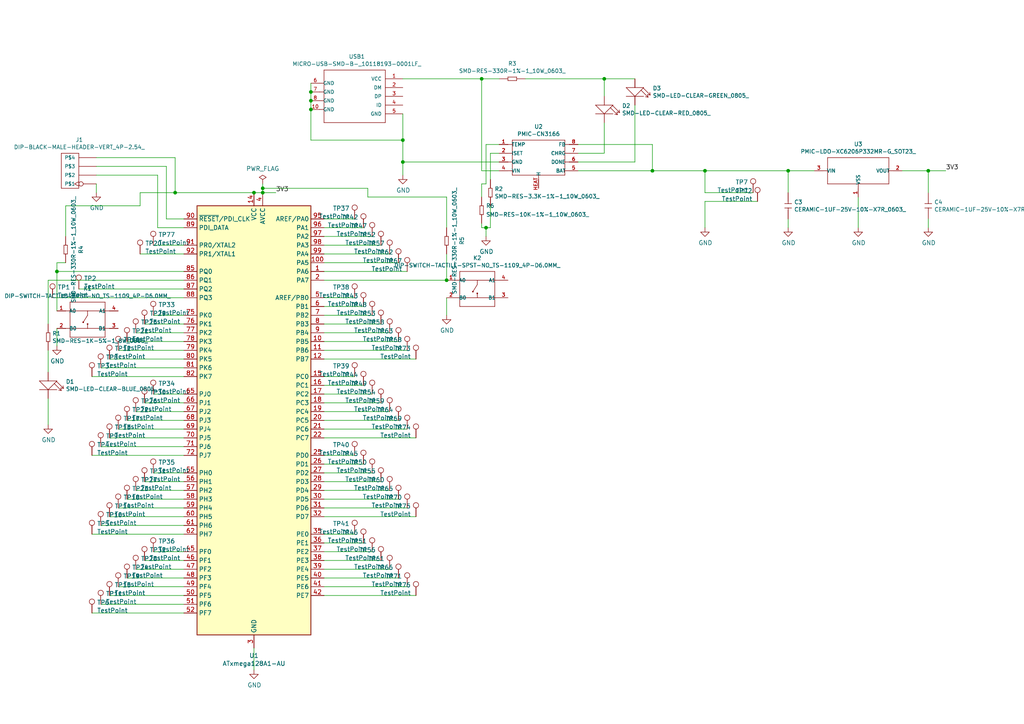
<source format=kicad_sch>
(kicad_sch (version 20231120) (generator "eeschema") (generator_version "8.0")
  (paper "A4")
  (junction (at 204.47 49.53))
  (junction (at 139.7 22.86))
  (junction (at 90.17 29.21))
  (junction (at 175.26 22.86))
  (junction (at 16.51 78.74))
  (junction (at 129.54 81.28))
  (junction (at 76.2 54.61))
  (junction (at 76.2 55.88))
  (junction (at 90.17 26.67))
  (junction (at 140.97 66.04))
  (junction (at 50.8 55.88))
  (junction (at 73.66 55.88))
  (junction (at 269.24 49.53))
  (junction (at 228.6 49.53))
  (junction (at 90.17 31.75))
  (junction (at 189.23 49.53))
  (junction (at 116.84 46.99))
  (junction (at 116.84 40.64))
  (wire (pts (xy 40.64 59.69) (xy 40.64 55.88)))
  (wire (pts (xy 40.64 55.88) (xy 50.8 55.88)))
  (wire (pts (xy 39.37 142.24) (xy 53.34 142.24)))
  (wire (pts (xy 139.7 66.04) (xy 140.97 66.04)))
  (wire (pts (xy 167.64 44.45) (xy 175.26 44.45)))
  (wire (pts (xy 31.75 172.72) (xy 53.34 172.72)))
  (wire (pts (xy 29.21 129.54) (xy 53.34 129.54)))
  (wire (pts (xy 107.95 160.02) (xy 93.98 160.02)))
  (wire (pts (xy 184.15 46.99) (xy 184.15 30.48)))
  (wire (pts (xy 26.67 154.94) (xy 53.34 154.94)))
  (wire (pts (xy 53.34 121.92) (xy 36.83 121.92)))
  (wire (pts (xy 115.57 99.06) (xy 93.98 99.06)))
  (wire (pts (xy 93.98 162.56) (xy 110.49 162.56)))
  (wire (pts (xy 228.6 55.88) (xy 228.6 49.53)))
  (wire (pts (xy 50.8 55.88) (xy 73.66 55.88)))
  (wire (pts (xy 107.95 114.3) (xy 93.98 114.3)))
  (wire (pts (xy 139.7 64.77) (xy 139.7 66.04)))
  (wire (pts (xy 102.87 132.08) (xy 93.98 132.08)))
  (wire (pts (xy 105.41 134.62) (xy 93.98 134.62)))
  (wire (pts (xy 26.67 132.08) (xy 53.34 132.08)))
  (wire (pts (xy 53.34 99.06) (xy 36.83 99.06)))
  (wire (pts (xy 53.34 124.46) (xy 34.29 124.46)))
  (wire (pts (xy 144.78 46.99) (xy 116.84 46.99)))
  (wire (pts (xy 45.72 50.8) (xy 45.72 66.04)))
  (wire (pts (xy 142.24 66.04) (xy 140.97 66.04)))
  (wire (pts (xy 93.98 142.24) (xy 113.03 142.24)))
  (wire (pts (xy 53.34 101.6) (xy 34.29 101.6)))
  (wire (pts (xy 106.68 57.15) (xy 106.68 54.61)))
  (wire (pts (xy 26.67 177.8) (xy 53.34 177.8)))
  (wire (pts (xy 13.97 123.19) (xy 13.97 115.57)))
  (wire (pts (xy 269.24 49.53) (xy 274.32 49.53)))
  (wire (pts (xy 204.47 55.88) (xy 204.47 49.53)))
  (wire (pts (xy 93.98 71.12) (xy 110.49 71.12)))
  (wire (pts (xy 76.2 55.88) (xy 80.01 55.88)))
  (wire (pts (xy 90.17 31.75) (xy 90.17 40.64)))
  (wire (pts (xy 269.24 49.53) (xy 269.24 55.88)))
  (wire (pts (xy 39.37 96.52) (xy 53.34 96.52)))
  (wire (pts (xy 53.34 170.18) (xy 34.29 170.18)))
  (wire (pts (xy 76.2 54.61) (xy 76.2 55.88)))
  (wire (pts (xy 140.97 68.58) (xy 140.97 66.04)))
  (wire (pts (xy 248.92 66.04) (xy 248.92 57.15)))
  (wire (pts (xy 93.98 96.52) (xy 113.03 96.52)))
  (wire (pts (xy 93.98 119.38) (xy 113.03 119.38)))
  (wire (pts (xy 90.17 29.21) (xy 90.17 31.75)))
  (wire (pts (xy 118.11 147.32) (xy 93.98 147.32)))
  (wire (pts (xy 16.51 100.33) (xy 16.51 95.25)))
  (wire (pts (xy 106.68 54.61) (xy 76.2 54.61)))
  (wire (pts (xy 76.2 53.34) (xy 76.2 54.61)))
  (wire (pts (xy 53.34 86.36) (xy 15.24 86.36)))
  (wire (pts (xy 53.34 81.28) (xy 13.97 81.28)))
  (wire (pts (xy 29.21 152.4) (xy 53.34 152.4)))
  (wire (pts (xy 107.95 91.44) (xy 93.98 91.44)))
  (wire (pts (xy 120.65 149.86) (xy 93.98 149.86)))
  (wire (pts (xy 184.15 22.86) (xy 175.26 22.86)))
  (wire (pts (xy 105.41 88.9) (xy 93.98 88.9)))
  (wire (pts (xy 16.51 78.74) (xy 16.51 76.2)))
  (wire (pts (xy 140.97 41.91) (xy 140.97 53.34)))
  (wire (pts (xy 41.91 93.98) (xy 53.34 93.98)))
  (wire (pts (xy 102.87 109.22) (xy 93.98 109.22)))
  (wire (pts (xy 175.26 27.94) (xy 175.26 22.86)))
  (wire (pts (xy 93.98 73.66) (xy 113.03 73.66)))
  (wire (pts (xy 105.41 111.76) (xy 93.98 111.76)))
  (wire (pts (xy 93.98 116.84) (xy 110.49 116.84)))
  (wire (pts (xy 115.57 76.2) (xy 93.98 76.2)))
  (wire (pts (xy 44.45 91.44) (xy 53.34 91.44)))
  (wire (pts (xy 218.44 55.88) (xy 204.47 55.88)))
  (wire (pts (xy 105.41 157.48) (xy 93.98 157.48)))
  (wire (pts (xy 129.54 91.44) (xy 129.54 86.36)))
  (wire (pts (xy 116.84 22.86) (xy 139.7 22.86)))
  (wire (pts (xy 204.47 58.42) (xy 204.47 66.04)))
  (wire (pts (xy 41.91 116.84) (xy 53.34 116.84)))
  (wire (pts (xy 93.98 81.28) (xy 129.54 81.28)))
  (wire (pts (xy 53.34 83.82) (xy 22.86 83.82)))
  (wire (pts (xy 129.54 57.15) (xy 106.68 57.15)))
  (wire (pts (xy 120.65 104.14) (xy 93.98 104.14)))
  (wire (pts (xy 13.97 81.28) (xy 13.97 93.98)))
  (wire (pts (xy 53.34 144.78) (xy 36.83 144.78)))
  (wire (pts (xy 139.7 53.34) (xy 139.7 57.15)))
  (wire (pts (xy 48.26 48.26) (xy 48.26 63.5)))
  (wire (pts (xy 19.05 68.58) (xy 19.05 59.69)))
  (wire (pts (xy 204.47 49.53) (xy 189.23 49.53)))
  (wire (pts (xy 167.64 46.99) (xy 184.15 46.99)))
  (wire (pts (xy 228.6 49.53) (xy 204.47 49.53)))
  (wire (pts (xy 142.24 44.45) (xy 142.24 52.07)))
  (wire (pts (xy 39.37 165.1) (xy 53.34 165.1)))
  (wire (pts (xy 189.23 49.53) (xy 189.23 41.91)))
  (wire (pts (xy 144.78 49.53) (xy 139.7 49.53)))
  (wire (pts (xy 53.34 78.74) (xy 16.51 78.74)))
  (wire (pts (xy 269.24 63.5) (xy 269.24 66.04)))
  (wire (pts (xy 140.97 41.91) (xy 144.78 41.91)))
  (wire (pts (xy 13.97 107.95) (xy 13.97 101.6)))
  (wire (pts (xy 31.75 127) (xy 53.34 127)))
  (wire (pts (xy 120.65 127) (xy 93.98 127)))
  (wire (pts (xy 102.87 154.94) (xy 93.98 154.94)))
  (wire (pts (xy 189.23 41.91) (xy 167.64 41.91)))
  (wire (pts (xy 129.54 73.66) (xy 129.54 81.28)))
  (wire (pts (xy 53.34 147.32) (xy 34.29 147.32)))
  (wire (pts (xy 115.57 167.64) (xy 93.98 167.64)))
  (wire (pts (xy 142.24 59.69) (xy 142.24 66.04)))
  (wire (pts (xy 50.8 45.72) (xy 50.8 55.88)))
  (wire (pts (xy 29.21 106.68) (xy 53.34 106.68)))
  (wire (pts (xy 29.21 175.26) (xy 53.34 175.26)))
  (wire (pts (xy 41.91 139.7) (xy 53.34 139.7)))
  (wire (pts (xy 116.84 46.99) (xy 116.84 40.64)))
  (wire (pts (xy 140.97 53.34) (xy 139.7 53.34)))
  (wire (pts (xy 118.11 170.18) (xy 93.98 170.18)))
  (wire (pts (xy 189.23 49.53) (xy 167.64 49.53)))
  (wire (pts (xy 40.64 73.66) (xy 53.34 73.66)))
  (wire (pts (xy 27.94 48.26) (xy 48.26 48.26)))
  (wire (pts (xy 48.26 63.5) (xy 53.34 63.5)))
  (wire (pts (xy 16.51 90.17) (xy 16.51 78.74)))
  (wire (pts (xy 204.47 58.42) (xy 219.71 58.42)))
  (wire (pts (xy 129.54 66.04) (xy 129.54 57.15)))
  (wire (pts (xy 73.66 194.31) (xy 73.66 187.96)))
  (wire (pts (xy 105.41 66.04) (xy 93.98 66.04)))
  (wire (pts (xy 228.6 66.04) (xy 228.6 63.5)))
  (wire (pts (xy 102.87 86.36) (xy 93.98 86.36)))
  (wire (pts (xy 27.94 50.8) (xy 45.72 50.8)))
  (wire (pts (xy 120.65 172.72) (xy 93.98 172.72)))
  (wire (pts (xy 31.75 149.86) (xy 53.34 149.86)))
  (wire (pts (xy 144.78 22.86) (xy 139.7 22.86)))
  (wire (pts (xy 102.87 63.5) (xy 93.98 63.5)))
  (wire (pts (xy 118.11 78.74) (xy 93.98 78.74)))
  (wire (pts (xy 16.51 76.2) (xy 19.05 76.2)))
  (wire (pts (xy 44.45 160.02) (xy 53.34 160.02)))
  (wire (pts (xy 118.11 101.6) (xy 93.98 101.6)))
  (wire (pts (xy 107.95 137.16) (xy 93.98 137.16)))
  (wire (pts (xy 41.91 162.56) (xy 53.34 162.56)))
  (wire (pts (xy 27.94 53.34) (xy 27.94 55.88)))
  (wire (pts (xy 26.67 109.22) (xy 53.34 109.22)))
  (wire (pts (xy 175.26 22.86) (xy 152.4 22.86)))
  (wire (pts (xy 115.57 121.92) (xy 93.98 121.92)))
  (wire (pts (xy 175.26 44.45) (xy 175.26 35.56)))
  (wire (pts (xy 44.45 114.3) (xy 53.34 114.3)))
  (wire (pts (xy 90.17 26.67) (xy 90.17 29.21)))
  (wire (pts (xy 44.45 71.12) (xy 53.34 71.12)))
  (wire (pts (xy 144.78 44.45) (xy 142.24 44.45)))
  (wire (pts (xy 116.84 40.64) (xy 116.84 33.02)))
  (wire (pts (xy 27.94 45.72) (xy 50.8 45.72)))
  (wire (pts (xy 53.34 167.64) (xy 36.83 167.64)))
  (wire (pts (xy 93.98 165.1) (xy 113.03 165.1)))
  (wire (pts (xy 90.17 24.13) (xy 90.17 26.67)))
  (wire (pts (xy 19.05 59.69) (xy 40.64 59.69)))
  (wire (pts (xy 115.57 144.78) (xy 93.98 144.78)))
  (wire (pts (xy 107.95 68.58) (xy 93.98 68.58)))
  (wire (pts (xy 139.7 22.86) (xy 139.7 49.53)))
  (wire (pts (xy 39.37 119.38) (xy 53.34 119.38)))
  (wire (pts (xy 93.98 93.98) (xy 110.49 93.98)))
  (wire (pts (xy 261.62 49.53) (xy 269.24 49.53)))
  (wire (pts (xy 31.75 104.14) (xy 53.34 104.14)))
  (wire (pts (xy 118.11 124.46) (xy 93.98 124.46)))
  (wire (pts (xy 76.2 55.88) (xy 73.66 55.88)))
  (wire (pts (xy 90.17 40.64) (xy 116.84 40.64)))
  (wire (pts (xy 44.45 137.16) (xy 53.34 137.16)))
  (wire (pts (xy 45.72 66.04) (xy 53.34 66.04)))
  (wire (pts (xy 236.22 49.53) (xy 228.6 49.53)))
  (wire (pts (xy 93.98 139.7) (xy 110.49 139.7)))
  (wire (pts (xy 116.84 50.8) (xy 116.84 46.99)))
  (label "3V3" (at 80.01 55.88 0))
  (label "3V3" (at 274.32 49.53 0))
  (symbol (lib_id "OPL_Connector:MICRO-USB-SMD-B-_10118193-0001LF_") (at 102.87 27.94 0) (unit 1)
    (property "Reference" "USB1" (at 103.505 16.4084 0) (effects (font (size 1.143 1.143))))
    (property "Value" "MICRO-USB-SMD-B-_10118193-0001LF_" (at 103.505 18.542 0) (effects (font (size 1.143 1.143))))
    (property "Footprint" "OPL_Connector:MICRO-USB5+6P-SMD-0.65-B" (effects (hide yes)))
    (property "MPN" "10118193-0001LF" (effects (hide yes)))
    (property "SKU" "320010003" (effects (hide yes)))
  )
  (symbol (lib_id "OPL_Integrated_Circuit:PMIC-CN3065_DFN8_") (at 156.21 45.72 0) (unit 1)
    (property "Reference" "U2" (at 156.21 36.7284 0) (effects (font (size 1.143 1.143))))
    (property "Value" "PMIC-CN3166" (at 156.21 38.862 0) (effects (font (size 1.143 1.143))))
    (property "Footprint" "OPL_Integrated_Circuit:DFN8G-0.5-3X3MM" (effects (hide yes)))
    (property "MPN" "CN3065" (effects (hide yes)))
    (property "SKU" "310030101" (effects (hide yes)))
  )
  (symbol (lib_id "PoNS-rescue:GND-power") (at 116.84 50.8 0) (unit 1)
    (property "Reference" "#PWR03" (effects (hide yes)))
    (property "Value" "GND" (at 116.967 55.1942 0))
  )
  (symbol (lib_id "OPL_Resistor:SMD-RES-330R-1%-1_10W_0603_") (at 148.59 22.86 0) (unit 1)
    (property "Reference" "R3" (at 148.59 18.4404 0) (effects (font (size 1.143 1.143))))
    (property "Value" "SMD-RES-330R-1%-1_10W_0603_" (at 148.59 20.574 0) (effects (font (size 1.143 1.143))))
    (property "Footprint" "OPL_Resistor:R0603" (effects (hide yes)))
    (property "MPN" "RC0603FR-07330RL" (effects (hide yes)))
    (property "SKU" "301010300" (effects (hide yes)))
  )
  (symbol (lib_id "OPL_Optoelectronics:SMD-LED-CLEAR-RED_0805_") (at 175.26 31.75 270) (unit 1)
    (property "Reference" "D2" (at 180.4162 30.6832 90) (effects (font (size 1.143 1.143)) (justify left)))
    (property "Value" "SMD-LED-CLEAR-RED_0805_" (at 180.4162 32.8168 90) (effects (font (size 1.143 1.143)) (justify left)))
    (property "Footprint" "OPL_Optoelectronics:LED-0805" (effects (hide yes)))
    (property "MPN" "17-215SURC_S530-A2_TR8" (effects (hide yes)))
    (property "SKU" "304090046" (effects (hide yes)))
  )
  (symbol (lib_id "OPL_Optoelectronics:SMD-LED-CLEAR-GREEN_0805_") (at 184.15 26.67 270) (unit 1)
    (property "Reference" "D3" (at 189.3062 25.6032 90) (effects (font (size 1.143 1.143)) (justify left)))
    (property "Value" "SMD-LED-CLEAR-GREEN_0805_" (at 189.3062 27.7368 90) (effects (font (size 1.143 1.143)) (justify left)))
    (property "Footprint" "OPL_Optoelectronics:LED-0805" (effects (hide yes)))
    (property "MPN" "17-215SYGC_S530-E2_TR8" (effects (hide yes)))
    (property "SKU" "304090057" (effects (hide yes)))
  )
  (symbol (lib_id "OPL_Resistor:SMD-RES-3.3K-1%-1_10W_0603_") (at 142.24 55.88 270) (unit 1)
    (property "Reference" "R2" (at 143.4592 54.8132 90) (effects (font (size 1.143 1.143)) (justify left)))
    (property "Value" "SMD-RES-3.3K-1%-1_10W_0603_" (at 143.4592 56.9468 90) (effects (font (size 1.143 1.143)) (justify left)))
    (property "Footprint" "OPL_Resistor:R0603" (effects (hide yes)))
    (property "MPN" "RC0603FR-073K3L" (effects (hide yes)))
    (property "SKU" "301010251" (effects (hide yes)))
  )
  (symbol (lib_id "PoNS-rescue:GND-power") (at 140.97 68.58 0) (unit 1)
    (property "Reference" "#PWR04" (effects (hide yes)))
    (property "Value" "GND" (at 141.097 72.9742 0))
  )
  (symbol (lib_id "PoNS-rescue:GND-power") (at 204.47 66.04 0) (unit 1)
    (property "Reference" "#PWR07" (effects (hide yes)))
    (property "Value" "GND" (at 204.597 70.4342 0))
  )
  (symbol (lib_id "OPL_Integrated_Circuit:PMIC-LDO-XC6206P332MR-G_SOT23_") (at 248.92 49.53 0) (unit 1)
    (property "Reference" "U3" (at 248.92 41.8084 0) (effects (font (size 1.143 1.143))))
    (property "Value" "PMIC-LDO-XC6206P332MR-G_SOT23_" (at 248.92 43.942 0) (effects (font (size 1.143 1.143))))
    (property "Footprint" "OPL_Integrated_Circuit:SOT-23" (effects (hide yes)))
    (property "MPN" "XC6206P332MR-G" (effects (hide yes)))
    (property "SKU" "310030099" (effects (hide yes)))
  )
  (symbol (lib_id "OPL_Capacitor:CERAMIC-1UF-25V-10%-X7R_0603_") (at 228.6 59.69 270) (unit 1)
    (property "Reference" "C3" (at 230.3272 58.6232 90) (effects (font (size 1.143 1.143)) (justify left)))
    (property "Value" "CERAMIC-1UF-25V-10%-X7R_0603_" (at 230.3272 60.7568 90) (effects (font (size 1.143 1.143)) (justify left)))
    (property "Footprint" "OPL_Capacitor:C0603" (effects (hide yes)))
    (property "MPN" "CC0603KRX7R8BB105" (effects (hide yes)))
    (property "SKU" "302010139" (effects (hide yes)))
  )
  (symbol (lib_id "OPL_Capacitor:CERAMIC-1UF-25V-10%-X7R_0603_") (at 269.24 59.69 270) (unit 1)
    (property "Reference" "C4" (at 270.9672 58.6232 90) (effects (font (size 1.143 1.143)) (justify left)))
    (property "Value" "CERAMIC-1UF-25V-10%-X7R_0603_" (at 270.9672 60.7568 90) (effects (font (size 1.143 1.143)) (justify left)))
    (property "Footprint" "OPL_Capacitor:C0603" (effects (hide yes)))
    (property "MPN" "CC0603KRX7R8BB105" (effects (hide yes)))
    (property "SKU" "302010139" (effects (hide yes)))
  )
  (symbol (lib_id "PoNS-rescue:GND-power") (at 228.6 66.04 0) (unit 1)
    (property "Reference" "#PWR08" (effects (hide yes)))
    (property "Value" "GND" (at 228.727 70.4342 0))
  )
  (symbol (lib_id "PoNS-rescue:GND-power") (at 248.92 66.04 0) (unit 1)
    (property "Reference" "#PWR09" (effects (hide yes)))
    (property "Value" "GND" (at 249.047 70.4342 0))
  )
  (symbol (lib_id "PoNS-rescue:GND-power") (at 269.24 66.04 0) (unit 1)
    (property "Reference" "#PWR010" (effects (hide yes)))
    (property "Value" "GND" (at 269.367 70.4342 0))
  )
  (symbol (lib_id "PoNS-rescue:ATxmega128A1-AU-MCU_Microchip_ATmega") (at 73.66 121.92 0) (unit 1)
    (property "Reference" "U1" (at 73.66 190.1444 0))
    (property "Value" "ATxmega128A1-AU" (at 73.66 192.4558 0))
    (property "Footprint" "Package_QFP:TQFP-100_14x14mm_P0.5mm" (effects (hide yes)))
    (property "Datasheet" "http://ww1.microchip.com/downloads/en/DeviceDoc/Atmel-8067-8-and-16-bit-AVR-Microcontrollers-ATxmega64A1-ATxmega128A1_Datasheet.pdf" (effects (hide yes)))
  )
  (symbol (lib_id "PoNS-rescue:GND-power") (at 73.66 194.31 0) (unit 1)
    (property "Reference" "#PWR02" (effects (hide yes)))
    (property "Value" "GND" (at 73.787 198.7042 0))
  )
  (symbol (lib_id "PoNS-rescue:PWR_FLAG-power") (at 76.2 53.34 0) (unit 1)
    (property "Reference" "#FLG01" (effects (hide yes)))
    (property "Value" "PWR_FLAG" (at 76.2 48.9204 0))
  )
  (symbol (lib_id "OPL_Optoelectronics:SMD-LED-CLEAR-BLUE_0805_") (at 13.97 111.76 270) (unit 1)
    (property "Reference" "D1" (at 19.1008 110.6932 90) (effects (font (size 1.143 1.143)) (justify left)))
    (property "Value" "SMD-LED-CLEAR-BLUE_0805_" (at 19.1008 112.8268 90) (effects (font (size 1.143 1.143)) (justify left)))
    (property "Footprint" "OPL_Optoelectronics:LED-0805" (effects (hide yes)))
    (property "MPN" "EL-17-215_BHC-AN1P2_3T" (effects (hide yes)))
    (property "SKU" "304090061" (effects (hide yes)))
  )
  (symbol (lib_id "PoNS-rescue:GND-power") (at 13.97 123.19 0) (unit 1)
    (property "Reference" "#PWR05" (effects (hide yes)))
    (property "Value" "GND" (at 14.097 127.5842 0))
  )
  (symbol (lib_id "OPL_Connector:DIP-BLACK-MALE-HEADER-VERT_4P-2.54_") (at 20.32 49.53 180) (unit 1)
    (property "Reference" "J1" (at 23.0124 40.5384 0) (effects (font (size 1.143 1.143))))
    (property "Value" "DIP-BLACK-MALE-HEADER-VERT_4P-2.54_" (at 23.0124 42.672 0) (effects (font (size 1.143 1.143))))
    (property "Footprint" "OPL_Connector:H4-2.54" (effects (hide yes)))
    (property "MPN" "P125-1104A0BS116A1" (effects (hide yes)))
    (property "SKU" "320020017" (effects (hide yes)))
  )
  (symbol (lib_id "PoNS-rescue:GND-power") (at 27.94 55.88 0) (unit 1)
    (property "Reference" "#PWR01" (effects (hide yes)))
    (property "Value" "GND" (at 28.067 60.2742 0))
  )
  (symbol (lib_id "Connector:TestPoint") (at 22.86 83.82 0) (unit 1)
    (property "Reference" "TP2" (at 24.3332 80.772 0) (effects (justify left)))
    (property "Value" "TestPoint" (at 24.3332 83.0834 0) (effects (justify left)))
    (property "Footprint" "TestPoint:TestPoint_Pad_1.0x1.0mm" (effects (hide yes)))
  )
  (symbol (lib_id "Connector:TestPoint") (at 15.24 86.36 0) (unit 1)
    (property "Reference" "TP1" (at 16.7132 83.312 0) (effects (justify left)))
    (property "Value" "TestPoint" (at 16.7132 85.6234 0) (effects (justify left)))
    (property "Footprint" "TestPoint:TestPoint_Pad_1.0x1.0mm" (effects (hide yes)))
  )
  (symbol (lib_id "Connector:TestPoint") (at 44.45 91.44 0) (unit 1)
    (property "Reference" "TP33" (at 45.9232 88.392 0) (effects (justify left)))
    (property "Value" "TestPoint" (at 45.9232 90.7034 0) (effects (justify left)))
    (property "Footprint" "TestPoint:TestPoint_Pad_1.0x1.0mm" (effects (hide yes)))
  )
  (symbol (lib_id "Connector:TestPoint") (at 41.91 93.98 0) (unit 1)
    (property "Reference" "TP29" (at 43.3832 90.932 0) (effects (justify left)))
    (property "Value" "TestPoint" (at 43.3832 93.2434 0) (effects (justify left)))
    (property "Footprint" "TestPoint:TestPoint_Pad_1.0x1.0mm" (effects (hide yes)))
  )
  (symbol (lib_id "Connector:TestPoint") (at 39.37 96.52 0) (unit 1)
    (property "Reference" "TP25" (at 40.8432 93.472 0) (effects (justify left)))
    (property "Value" "TestPoint" (at 40.8432 95.7834 0) (effects (justify left)))
    (property "Footprint" "TestPoint:TestPoint_Pad_1.0x1.0mm" (effects (hide yes)))
  )
  (symbol (lib_id "Connector:TestPoint") (at 36.83 99.06 0) (unit 1)
    (property "Reference" "TP21" (at 38.3032 96.012 0) (effects (justify left)))
    (property "Value" "TestPoint" (at 38.3032 98.3234 0) (effects (justify left)))
    (property "Footprint" "TestPoint:TestPoint_Pad_1.0x1.0mm" (effects (hide yes)))
  )
  (symbol (lib_id "Connector:TestPoint") (at 34.29 101.6 0) (unit 1)
    (property "Reference" "TP16" (at 35.7632 98.552 0) (effects (justify left)))
    (property "Value" "TestPoint" (at 35.7632 100.8634 0) (effects (justify left)))
    (property "Footprint" "TestPoint:TestPoint_Pad_1.0x1.0mm" (effects (hide yes)))
  )
  (symbol (lib_id "Connector:TestPoint") (at 31.75 104.14 0) (unit 1)
    (property "Reference" "TP12" (at 33.2232 101.092 0) (effects (justify left)))
    (property "Value" "TestPoint" (at 33.2232 103.4034 0) (effects (justify left)))
    (property "Footprint" "TestPoint:TestPoint_Pad_1.0x1.0mm" (effects (hide yes)))
  )
  (symbol (lib_id "Connector:TestPoint") (at 29.21 106.68 0) (unit 1)
    (property "Reference" "TP8" (at 30.6832 103.632 0) (effects (justify left)))
    (property "Value" "TestPoint" (at 30.6832 105.9434 0) (effects (justify left)))
    (property "Footprint" "TestPoint:TestPoint_Pad_1.0x1.0mm" (effects (hide yes)))
  )
  (symbol (lib_id "Connector:TestPoint") (at 26.67 109.22 0) (unit 1)
    (property "Reference" "TP3" (at 28.1432 106.172 0) (effects (justify left)))
    (property "Value" "TestPoint" (at 28.1432 108.4834 0) (effects (justify left)))
    (property "Footprint" "TestPoint:TestPoint_Pad_1.0x1.0mm" (effects (hide yes)))
  )
  (symbol (lib_id "Connector:TestPoint") (at 44.45 114.3 0) (unit 1)
    (property "Reference" "TP34" (at 45.9232 111.252 0) (effects (justify left)))
    (property "Value" "TestPoint" (at 45.9232 113.5634 0) (effects (justify left)))
    (property "Footprint" "TestPoint:TestPoint_Pad_1.0x1.0mm" (effects (hide yes)))
  )
  (symbol (lib_id "Connector:TestPoint") (at 41.91 116.84 0) (unit 1)
    (property "Reference" "TP30" (at 43.3832 113.792 0) (effects (justify left)))
    (property "Value" "TestPoint" (at 43.3832 116.1034 0) (effects (justify left)))
    (property "Footprint" "TestPoint:TestPoint_Pad_1.0x1.0mm" (effects (hide yes)))
  )
  (symbol (lib_id "Connector:TestPoint") (at 39.37 119.38 0) (unit 1)
    (property "Reference" "TP26" (at 40.8432 116.332 0) (effects (justify left)))
    (property "Value" "TestPoint" (at 40.8432 118.6434 0) (effects (justify left)))
    (property "Footprint" "TestPoint:TestPoint_Pad_1.0x1.0mm" (effects (hide yes)))
  )
  (symbol (lib_id "Connector:TestPoint") (at 36.83 121.92 0) (unit 1)
    (property "Reference" "TP22" (at 38.3032 118.872 0) (effects (justify left)))
    (property "Value" "TestPoint" (at 38.3032 121.1834 0) (effects (justify left)))
    (property "Footprint" "TestPoint:TestPoint_Pad_1.0x1.0mm" (effects (hide yes)))
  )
  (symbol (lib_id "Connector:TestPoint") (at 34.29 124.46 0) (unit 1)
    (property "Reference" "TP17" (at 35.7632 121.412 0) (effects (justify left)))
    (property "Value" "TestPoint" (at 35.7632 123.7234 0) (effects (justify left)))
    (property "Footprint" "TestPoint:TestPoint_Pad_1.0x1.0mm" (effects (hide yes)))
  )
  (symbol (lib_id "Connector:TestPoint") (at 31.75 127 0) (unit 1)
    (property "Reference" "TP13" (at 33.2232 123.952 0) (effects (justify left)))
    (property "Value" "TestPoint" (at 33.2232 126.2634 0) (effects (justify left)))
    (property "Footprint" "TestPoint:TestPoint_Pad_1.0x1.0mm" (effects (hide yes)))
  )
  (symbol (lib_id "Connector:TestPoint") (at 29.21 129.54 0) (unit 1)
    (property "Reference" "TP9" (at 30.6832 126.492 0) (effects (justify left)))
    (property "Value" "TestPoint" (at 30.6832 128.8034 0) (effects (justify left)))
    (property "Footprint" "TestPoint:TestPoint_Pad_1.0x1.0mm" (effects (hide yes)))
  )
  (symbol (lib_id "Connector:TestPoint") (at 26.67 132.08 0) (unit 1)
    (property "Reference" "TP4" (at 28.1432 129.032 0) (effects (justify left)))
    (property "Value" "TestPoint" (at 28.1432 131.3434 0) (effects (justify left)))
    (property "Footprint" "TestPoint:TestPoint_Pad_1.0x1.0mm" (effects (hide yes)))
  )
  (symbol (lib_id "Connector:TestPoint") (at 44.45 137.16 0) (unit 1)
    (property "Reference" "TP35" (at 45.9232 134.112 0) (effects (justify left)))
    (property "Value" "TestPoint" (at 45.9232 136.4234 0) (effects (justify left)))
    (property "Footprint" "TestPoint:TestPoint_Pad_1.0x1.0mm" (effects (hide yes)))
  )
  (symbol (lib_id "Connector:TestPoint") (at 41.91 139.7 0) (unit 1)
    (property "Reference" "TP31" (at 43.3832 136.652 0) (effects (justify left)))
    (property "Value" "TestPoint" (at 43.3832 138.9634 0) (effects (justify left)))
    (property "Footprint" "TestPoint:TestPoint_Pad_1.0x1.0mm" (effects (hide yes)))
  )
  (symbol (lib_id "Connector:TestPoint") (at 39.37 142.24 0) (unit 1)
    (property "Reference" "TP27" (at 40.8432 139.192 0) (effects (justify left)))
    (property "Value" "TestPoint" (at 40.8432 141.5034 0) (effects (justify left)))
    (property "Footprint" "TestPoint:TestPoint_Pad_1.0x1.0mm" (effects (hide yes)))
  )
  (symbol (lib_id "Connector:TestPoint") (at 36.83 144.78 0) (unit 1)
    (property "Reference" "TP23" (at 38.3032 141.732 0) (effects (justify left)))
    (property "Value" "TestPoint" (at 38.3032 144.0434 0) (effects (justify left)))
    (property "Footprint" "TestPoint:TestPoint_Pad_1.0x1.0mm" (effects (hide yes)))
  )
  (symbol (lib_id "Connector:TestPoint") (at 34.29 147.32 0) (unit 1)
    (property "Reference" "TP18" (at 35.7632 144.272 0) (effects (justify left)))
    (property "Value" "TestPoint" (at 35.7632 146.5834 0) (effects (justify left)))
    (property "Footprint" "TestPoint:TestPoint_Pad_1.0x1.0mm" (effects (hide yes)))
  )
  (symbol (lib_id "Connector:TestPoint") (at 31.75 149.86 0) (unit 1)
    (property "Reference" "TP14" (at 33.2232 146.812 0) (effects (justify left)))
    (property "Value" "TestPoint" (at 33.2232 149.1234 0) (effects (justify left)))
    (property "Footprint" "TestPoint:TestPoint_Pad_1.0x1.0mm" (effects (hide yes)))
  )
  (symbol (lib_id "Connector:TestPoint") (at 29.21 152.4 0) (unit 1)
    (property "Reference" "TP10" (at 30.6832 149.352 0) (effects (justify left)))
    (property "Value" "TestPoint" (at 30.6832 151.6634 0) (effects (justify left)))
    (property "Footprint" "TestPoint:TestPoint_Pad_1.0x1.0mm" (effects (hide yes)))
  )
  (symbol (lib_id "Connector:TestPoint") (at 26.67 154.94 0) (unit 1)
    (property "Reference" "TP5" (at 28.1432 151.892 0) (effects (justify left)))
    (property "Value" "TestPoint" (at 28.1432 154.2034 0) (effects (justify left)))
    (property "Footprint" "TestPoint:TestPoint_Pad_1.0x1.0mm" (effects (hide yes)))
  )
  (symbol (lib_id "Connector:TestPoint") (at 44.45 160.02 0) (unit 1)
    (property "Reference" "TP36" (at 45.9232 156.972 0) (effects (justify left)))
    (property "Value" "TestPoint" (at 45.9232 159.2834 0) (effects (justify left)))
    (property "Footprint" "TestPoint:TestPoint_Pad_1.0x1.0mm" (effects (hide yes)))
  )
  (symbol (lib_id "Connector:TestPoint") (at 41.91 162.56 0) (unit 1)
    (property "Reference" "TP32" (at 43.3832 159.512 0) (effects (justify left)))
    (property "Value" "TestPoint" (at 43.3832 161.8234 0) (effects (justify left)))
    (property "Footprint" "TestPoint:TestPoint_Pad_1.0x1.0mm" (effects (hide yes)))
  )
  (symbol (lib_id "Connector:TestPoint") (at 39.37 165.1 0) (unit 1)
    (property "Reference" "TP28" (at 40.8432 162.052 0) (effects (justify left)))
    (property "Value" "TestPoint" (at 40.8432 164.3634 0) (effects (justify left)))
    (property "Footprint" "TestPoint:TestPoint_Pad_1.0x1.0mm" (effects (hide yes)))
  )
  (symbol (lib_id "Connector:TestPoint") (at 36.83 167.64 0) (unit 1)
    (property "Reference" "TP24" (at 38.3032 164.592 0) (effects (justify left)))
    (property "Value" "TestPoint" (at 38.3032 166.9034 0) (effects (justify left)))
    (property "Footprint" "TestPoint:TestPoint_Pad_1.0x1.0mm" (effects (hide yes)))
  )
  (symbol (lib_id "Connector:TestPoint") (at 34.29 170.18 0) (unit 1)
    (property "Reference" "TP19" (at 35.7632 167.132 0) (effects (justify left)))
    (property "Value" "TestPoint" (at 35.7632 169.4434 0) (effects (justify left)))
    (property "Footprint" "TestPoint:TestPoint_Pad_1.0x1.0mm" (effects (hide yes)))
  )
  (symbol (lib_id "Connector:TestPoint") (at 31.75 172.72 0) (unit 1)
    (property "Reference" "TP15" (at 33.2232 169.672 0) (effects (justify left)))
    (property "Value" "TestPoint" (at 33.2232 171.9834 0) (effects (justify left)))
    (property "Footprint" "TestPoint:TestPoint_Pad_1.0x1.0mm" (effects (hide yes)))
  )
  (symbol (lib_id "Connector:TestPoint") (at 29.21 175.26 0) (unit 1)
    (property "Reference" "TP11" (at 30.6832 172.212 0) (effects (justify left)))
    (property "Value" "TestPoint" (at 30.6832 174.5234 0) (effects (justify left)))
    (property "Footprint" "TestPoint:TestPoint_Pad_1.0x1.0mm" (effects (hide yes)))
  )
  (symbol (lib_id "Connector:TestPoint") (at 26.67 177.8 0) (unit 1)
    (property "Reference" "TP6" (at 28.1432 174.752 0) (effects (justify left)))
    (property "Value" "TestPoint" (at 28.1432 177.0634 0) (effects (justify left)))
    (property "Footprint" "TestPoint:TestPoint_Pad_1.0x1.0mm" (effects (hide yes)))
  )
  (symbol (lib_id "Connector:TestPoint") (at 102.87 63.5 0) (mirror y) (unit 1)
    (property "Reference" "TP37" (at 101.3968 60.452 0) (effects (justify left)))
    (property "Value" "TestPoint" (at 101.3968 62.7634 0) (effects (justify left)))
    (property "Footprint" "TestPoint:TestPoint_Pad_1.0x1.0mm" (effects (hide yes)))
  )
  (symbol (lib_id "Connector:TestPoint") (at 105.41 66.04 0) (mirror y) (unit 1)
    (property "Reference" "TP42" (at 103.9368 62.992 0) (effects (justify left)))
    (property "Value" "TestPoint" (at 103.9368 65.3034 0) (effects (justify left)))
    (property "Footprint" "TestPoint:TestPoint_Pad_1.0x1.0mm" (effects (hide yes)))
  )
  (symbol (lib_id "Connector:TestPoint") (at 107.95 68.58 0) (mirror y) (unit 1)
    (property "Reference" "TP47" (at 106.4768 65.532 0) (effects (justify left)))
    (property "Value" "TestPoint" (at 106.4768 67.8434 0) (effects (justify left)))
    (property "Footprint" "TestPoint:TestPoint_Pad_1.0x1.0mm" (effects (hide yes)))
  )
  (symbol (lib_id "Connector:TestPoint") (at 110.49 71.12 0) (mirror y) (unit 1)
    (property "Reference" "TP52" (at 109.0168 68.072 0) (effects (justify left)))
    (property "Value" "TestPoint" (at 109.0168 70.3834 0) (effects (justify left)))
    (property "Footprint" "TestPoint:TestPoint_Pad_1.0x1.0mm" (effects (hide yes)))
  )
  (symbol (lib_id "Connector:TestPoint") (at 113.03 73.66 0) (mirror y) (unit 1)
    (property "Reference" "TP57" (at 111.5568 70.612 0) (effects (justify left)))
    (property "Value" "TestPoint" (at 111.5568 72.9234 0) (effects (justify left)))
    (property "Footprint" "TestPoint:TestPoint_Pad_1.0x1.0mm" (effects (hide yes)))
  )
  (symbol (lib_id "Connector:TestPoint") (at 115.57 76.2 0) (mirror y) (unit 1)
    (property "Reference" "TP62" (at 114.0968 73.152 0) (effects (justify left)))
    (property "Value" "TestPoint" (at 114.0968 75.4634 0) (effects (justify left)))
    (property "Footprint" "TestPoint:TestPoint_Pad_1.0x1.0mm" (effects (hide yes)))
  )
  (symbol (lib_id "Connector:TestPoint") (at 118.11 78.74 0) (mirror y) (unit 1)
    (property "Reference" "TP67" (at 116.6368 75.692 0) (effects (justify left)))
    (property "Value" "TestPoint" (at 116.6368 78.0034 0) (effects (justify left)))
    (property "Footprint" "TestPoint:TestPoint_Pad_1.0x1.0mm" (effects (hide yes)))
  )
  (symbol (lib_id "Connector:TestPoint") (at 102.87 154.94 0) (mirror y) (unit 1)
    (property "Reference" "TP41" (at 101.3968 151.892 0) (effects (justify left)))
    (property "Value" "TestPoint" (at 101.3968 154.2034 0) (effects (justify left)))
    (property "Footprint" "TestPoint:TestPoint_Pad_1.0x1.0mm" (effects (hide yes)))
  )
  (symbol (lib_id "Connector:TestPoint") (at 105.41 157.48 0) (mirror y) (unit 1)
    (property "Reference" "TP46" (at 103.9368 154.432 0) (effects (justify left)))
    (property "Value" "TestPoint" (at 103.9368 156.7434 0) (effects (justify left)))
    (property "Footprint" "TestPoint:TestPoint_Pad_1.0x1.0mm" (effects (hide yes)))
  )
  (symbol (lib_id "Connector:TestPoint") (at 107.95 160.02 0) (mirror y) (unit 1)
    (property "Reference" "TP51" (at 106.4768 156.972 0) (effects (justify left)))
    (property "Value" "TestPoint" (at 106.4768 159.2834 0) (effects (justify left)))
    (property "Footprint" "TestPoint:TestPoint_Pad_1.0x1.0mm" (effects (hide yes)))
  )
  (symbol (lib_id "Connector:TestPoint") (at 110.49 162.56 0) (mirror y) (unit 1)
    (property "Reference" "TP56" (at 109.0168 159.512 0) (effects (justify left)))
    (property "Value" "TestPoint" (at 109.0168 161.8234 0) (effects (justify left)))
    (property "Footprint" "TestPoint:TestPoint_Pad_1.0x1.0mm" (effects (hide yes)))
  )
  (symbol (lib_id "Connector:TestPoint") (at 113.03 165.1 0) (mirror y) (unit 1)
    (property "Reference" "TP61" (at 111.5568 162.052 0) (effects (justify left)))
    (property "Value" "TestPoint" (at 111.5568 164.3634 0) (effects (justify left)))
    (property "Footprint" "TestPoint:TestPoint_Pad_1.0x1.0mm" (effects (hide yes)))
  )
  (symbol (lib_id "Connector:TestPoint") (at 115.57 167.64 0) (mirror y) (unit 1)
    (property "Reference" "TP66" (at 114.0968 164.592 0) (effects (justify left)))
    (property "Value" "TestPoint" (at 114.0968 166.9034 0) (effects (justify left)))
    (property "Footprint" "TestPoint:TestPoint_Pad_1.0x1.0mm" (effects (hide yes)))
  )
  (symbol (lib_id "Connector:TestPoint") (at 118.11 170.18 0) (mirror y) (unit 1)
    (property "Reference" "TP71" (at 116.6368 167.132 0) (effects (justify left)))
    (property "Value" "TestPoint" (at 116.6368 169.4434 0) (effects (justify left)))
    (property "Footprint" "TestPoint:TestPoint_Pad_1.0x1.0mm" (effects (hide yes)))
  )
  (symbol (lib_id "Connector:TestPoint") (at 120.65 172.72 0) (mirror y) (unit 1)
    (property "Reference" "TP76" (at 119.1768 169.672 0) (effects (justify left)))
    (property "Value" "TestPoint" (at 119.1768 171.9834 0) (effects (justify left)))
    (property "Footprint" "TestPoint:TestPoint_Pad_1.0x1.0mm" (effects (hide yes)))
  )
  (symbol (lib_id "Connector:TestPoint") (at 102.87 132.08 0) (mirror y) (unit 1)
    (property "Reference" "TP40" (at 101.3968 129.032 0) (effects (justify left)))
    (property "Value" "TestPoint" (at 101.3968 131.3434 0) (effects (justify left)))
    (property "Footprint" "TestPoint:TestPoint_Pad_1.0x1.0mm" (effects (hide yes)))
  )
  (symbol (lib_id "Connector:TestPoint") (at 105.41 134.62 0) (mirror y) (unit 1)
    (property "Reference" "TP45" (at 103.9368 131.572 0) (effects (justify left)))
    (property "Value" "TestPoint" (at 103.9368 133.8834 0) (effects (justify left)))
    (property "Footprint" "TestPoint:TestPoint_Pad_1.0x1.0mm" (effects (hide yes)))
  )
  (symbol (lib_id "Connector:TestPoint") (at 107.95 137.16 0) (mirror y) (unit 1)
    (property "Reference" "TP50" (at 106.4768 134.112 0) (effects (justify left)))
    (property "Value" "TestPoint" (at 106.4768 136.4234 0) (effects (justify left)))
    (property "Footprint" "TestPoint:TestPoint_Pad_1.0x1.0mm" (effects (hide yes)))
  )
  (symbol (lib_id "Connector:TestPoint") (at 110.49 139.7 0) (mirror y) (unit 1)
    (property "Reference" "TP55" (at 109.0168 136.652 0) (effects (justify left)))
    (property "Value" "TestPoint" (at 109.0168 138.9634 0) (effects (justify left)))
    (property "Footprint" "TestPoint:TestPoint_Pad_1.0x1.0mm" (effects (hide yes)))
  )
  (symbol (lib_id "Connector:TestPoint") (at 113.03 142.24 0) (mirror y) (unit 1)
    (property "Reference" "TP60" (at 111.5568 139.192 0) (effects (justify left)))
    (property "Value" "TestPoint" (at 111.5568 141.5034 0) (effects (justify left)))
    (property "Footprint" "TestPoint:TestPoint_Pad_1.0x1.0mm" (effects (hide yes)))
  )
  (symbol (lib_id "Connector:TestPoint") (at 115.57 144.78 0) (mirror y) (unit 1)
    (property "Reference" "TP65" (at 114.0968 141.732 0) (effects (justify left)))
    (property "Value" "TestPoint" (at 114.0968 144.0434 0) (effects (justify left)))
    (property "Footprint" "TestPoint:TestPoint_Pad_1.0x1.0mm" (effects (hide yes)))
  )
  (symbol (lib_id "Connector:TestPoint") (at 118.11 147.32 0) (mirror y) (unit 1)
    (property "Reference" "TP70" (at 116.6368 144.272 0) (effects (justify left)))
    (property "Value" "TestPoint" (at 116.6368 146.5834 0) (effects (justify left)))
    (property "Footprint" "TestPoint:TestPoint_Pad_1.0x1.0mm" (effects (hide yes)))
  )
  (symbol (lib_id "Connector:TestPoint") (at 120.65 149.86 0) (mirror y) (unit 1)
    (property "Reference" "TP75" (at 119.1768 146.812 0) (effects (justify left)))
    (property "Value" "TestPoint" (at 119.1768 149.1234 0) (effects (justify left)))
    (property "Footprint" "TestPoint:TestPoint_Pad_1.0x1.0mm" (effects (hide yes)))
  )
  (symbol (lib_id "Connector:TestPoint") (at 102.87 109.22 0) (mirror y) (unit 1)
    (property "Reference" "TP39" (at 101.3968 106.172 0) (effects (justify left)))
    (property "Value" "TestPoint" (at 101.3968 108.4834 0) (effects (justify left)))
    (property "Footprint" "TestPoint:TestPoint_Pad_1.0x1.0mm" (effects (hide yes)))
  )
  (symbol (lib_id "Connector:TestPoint") (at 105.41 111.76 0) (mirror y) (unit 1)
    (property "Reference" "TP44" (at 103.9368 108.712 0) (effects (justify left)))
    (property "Value" "TestPoint" (at 103.9368 111.0234 0) (effects (justify left)))
    (property "Footprint" "TestPoint:TestPoint_Pad_1.0x1.0mm" (effects (hide yes)))
  )
  (symbol (lib_id "Connector:TestPoint") (at 107.95 114.3 0) (mirror y) (unit 1)
    (property "Reference" "TP49" (at 106.4768 111.252 0) (effects (justify left)))
    (property "Value" "TestPoint" (at 106.4768 113.5634 0) (effects (justify left)))
    (property "Footprint" "TestPoint:TestPoint_Pad_1.0x1.0mm" (effects (hide yes)))
  )
  (symbol (lib_id "Connector:TestPoint") (at 110.49 116.84 0) (mirror y) (unit 1)
    (property "Reference" "TP54" (at 109.0168 113.792 0) (effects (justify left)))
    (property "Value" "TestPoint" (at 109.0168 116.1034 0) (effects (justify left)))
    (property "Footprint" "TestPoint:TestPoint_Pad_1.0x1.0mm" (effects (hide yes)))
  )
  (symbol (lib_id "Connector:TestPoint") (at 113.03 119.38 0) (mirror y) (unit 1)
    (property "Reference" "TP59" (at 111.5568 116.332 0) (effects (justify left)))
    (property "Value" "TestPoint" (at 111.5568 118.6434 0) (effects (justify left)))
    (property "Footprint" "TestPoint:TestPoint_Pad_1.0x1.0mm" (effects (hide yes)))
  )
  (symbol (lib_id "Connector:TestPoint") (at 115.57 121.92 0) (mirror y) (unit 1)
    (property "Reference" "TP64" (at 114.0968 118.872 0) (effects (justify left)))
    (property "Value" "TestPoint" (at 114.0968 121.1834 0) (effects (justify left)))
    (property "Footprint" "TestPoint:TestPoint_Pad_1.0x1.0mm" (effects (hide yes)))
  )
  (symbol (lib_id "Connector:TestPoint") (at 118.11 124.46 0) (mirror y) (unit 1)
    (property "Reference" "TP69" (at 116.6368 121.412 0) (effects (justify left)))
    (property "Value" "TestPoint" (at 116.6368 123.7234 0) (effects (justify left)))
    (property "Footprint" "TestPoint:TestPoint_Pad_1.0x1.0mm" (effects (hide yes)))
  )
  (symbol (lib_id "Connector:TestPoint") (at 120.65 127 0) (mirror y) (unit 1)
    (property "Reference" "TP74" (at 119.1768 123.952 0) (effects (justify left)))
    (property "Value" "TestPoint" (at 119.1768 126.2634 0) (effects (justify left)))
    (property "Footprint" "TestPoint:TestPoint_Pad_1.0x1.0mm" (effects (hide yes)))
  )
  (symbol (lib_id "Connector:TestPoint") (at 102.87 86.36 0) (mirror y) (unit 1)
    (property "Reference" "TP38" (at 101.3968 83.312 0) (effects (justify left)))
    (property "Value" "TestPoint" (at 101.3968 85.6234 0) (effects (justify left)))
    (property "Footprint" "TestPoint:TestPoint_Pad_1.0x1.0mm" (effects (hide yes)))
  )
  (symbol (lib_id "Connector:TestPoint") (at 105.41 88.9 0) (mirror y) (unit 1)
    (property "Reference" "TP43" (at 103.9368 85.852 0) (effects (justify left)))
    (property "Value" "TestPoint" (at 103.9368 88.1634 0) (effects (justify left)))
    (property "Footprint" "TestPoint:TestPoint_Pad_1.0x1.0mm" (effects (hide yes)))
  )
  (symbol (lib_id "Connector:TestPoint") (at 107.95 91.44 0) (mirror y) (unit 1)
    (property "Reference" "TP48" (at 106.4768 88.392 0) (effects (justify left)))
    (property "Value" "TestPoint" (at 106.4768 90.7034 0) (effects (justify left)))
    (property "Footprint" "TestPoint:TestPoint_Pad_1.0x1.0mm" (effects (hide yes)))
  )
  (symbol (lib_id "Connector:TestPoint") (at 110.49 93.98 0) (mirror y) (unit 1)
    (property "Reference" "TP53" (at 109.0168 90.932 0) (effects (justify left)))
    (property "Value" "TestPoint" (at 109.0168 93.2434 0) (effects (justify left)))
    (property "Footprint" "TestPoint:TestPoint_Pad_1.0x1.0mm" (effects (hide yes)))
  )
  (symbol (lib_id "Connector:TestPoint") (at 113.03 96.52 0) (mirror y) (unit 1)
    (property "Reference" "TP58" (at 111.5568 93.472 0) (effects (justify left)))
    (property "Value" "TestPoint" (at 111.5568 95.7834 0) (effects (justify left)))
    (property "Footprint" "TestPoint:TestPoint_Pad_1.0x1.0mm" (effects (hide yes)))
  )
  (symbol (lib_id "Connector:TestPoint") (at 115.57 99.06 0) (mirror y) (unit 1)
    (property "Reference" "TP63" (at 114.0968 96.012 0) (effects (justify left)))
    (property "Value" "TestPoint" (at 114.0968 98.3234 0) (effects (justify left)))
    (property "Footprint" "TestPoint:TestPoint_Pad_1.0x1.0mm" (effects (hide yes)))
  )
  (symbol (lib_id "Connector:TestPoint") (at 118.11 101.6 0) (mirror y) (unit 1)
    (property "Reference" "TP68" (at 116.6368 98.552 0) (effects (justify left)))
    (property "Value" "TestPoint" (at 116.6368 100.8634 0) (effects (justify left)))
    (property "Footprint" "TestPoint:TestPoint_Pad_1.0x1.0mm" (effects (hide yes)))
  )
  (symbol (lib_id "Connector:TestPoint") (at 120.65 104.14 0) (mirror y) (unit 1)
    (property "Reference" "TP73" (at 119.1768 101.092 0) (effects (justify left)))
    (property "Value" "TestPoint" (at 119.1768 103.4034 0) (effects (justify left)))
    (property "Footprint" "TestPoint:TestPoint_Pad_1.0x1.0mm" (effects (hide yes)))
  )
  (symbol (lib_id "Connector:TestPoint") (at 44.45 71.12 0) (unit 1)
    (property "Reference" "TP77" (at 45.9232 68.072 0) (effects (justify left)))
    (property "Value" "TestPoint" (at 45.9232 70.3834 0) (effects (justify left)))
    (property "Footprint" "TestPoint:TestPoint_Pad_1.0x1.0mm" (effects (hide yes)))
  )
  (symbol (lib_id "Connector:TestPoint") (at 40.64 73.66 0) (unit 1)
    (property "Reference" "TP20" (at 42.1132 70.612 0) (effects (justify left)))
    (property "Value" "TestPoint" (at 42.1132 72.9234 0) (effects (justify left)))
    (property "Footprint" "TestPoint:TestPoint_Pad_1.0x1.0mm" (effects (hide yes)))
  )
  (symbol (lib_id "OPL_Switch:DIP-SWITCH-TACTILE-SPST-NO_TS-1109_4P-D6.0MM_") (at 25.4 92.71 0) (unit 1)
    (property "Reference" "K1" (at 25.4 83.7184 0) (effects (font (size 1.143 1.143))))
    (property "Value" "DIP-SWITCH-TACTILE-SPST-NO_TS-1109_4P-D6.0MM_" (at 25.4 85.852 0) (effects (font (size 1.143 1.143))))
    (property "Footprint" "OPL_Switch:SW4-6.0X6.0X5.0MM" (effects (hide yes)))
    (property "SKU" "311020024" (effects (hide yes)))
  )
  (symbol (lib_id "OPL_Resistor:SMD-RES-330R-1%-1_10W_0603_") (at 19.05 72.39 270) (unit 1)
    (property "Reference" "R4" (at 23.4696 72.39 0) (effects (font (size 1.143 1.143))))
    (property "Value" "SMD-RES-330R-1%-1_10W_0603_" (at 21.336 72.39 0) (effects (font (size 1.143 1.143))))
    (property "Footprint" "OPL_Resistor:R0603" (effects (hide yes)))
    (property "MPN" "RC0603FR-07330RL" (effects (hide yes)))
    (property "SKU" "301010300" (effects (hide yes)))
  )
  (symbol (lib_id "PoNS-rescue:GND-power") (at 16.51 100.33 0) (unit 1)
    (property "Reference" "#PWR011" (effects (hide yes)))
    (property "Value" "GND" (at 16.637 104.7242 0))
  )
  (symbol (lib_id "OPL_Switch:DIP-SWITCH-TACTILE-SPST-NO_TS-1109_4P-D6.0MM_") (at 138.43 83.82 0) (unit 1)
    (property "Reference" "K2" (at 138.43 74.8284 0) (effects (font (size 1.143 1.143))))
    (property "Value" "DIP-SWITCH-TACTILE-SPST-NO_TS-1109_4P-D6.0MM_" (at 138.43 76.962 0) (effects (font (size 1.143 1.143))))
    (property "Footprint" "OPL_Switch:SW4-6.0X6.0X5.0MM" (effects (hide yes)))
    (property "SKU" "311020024" (effects (hide yes)))
  )
  (symbol (lib_id "OPL_Resistor:SMD-RES-330R-1%-1_10W_0603_") (at 129.54 69.85 270) (unit 1)
    (property "Reference" "R5" (at 133.9596 69.85 0) (effects (font (size 1.143 1.143))))
    (property "Value" "SMD-RES-330R-1%-1_10W_0603_" (at 131.826 69.85 0) (effects (font (size 1.143 1.143))))
    (property "Footprint" "OPL_Resistor:R0603" (effects (hide yes)))
    (property "MPN" "RC0603FR-07330RL" (effects (hide yes)))
    (property "SKU" "301010300" (effects (hide yes)))
  )
  (symbol (lib_id "PoNS-rescue:GND-power") (at 129.54 91.44 0) (unit 1)
    (property "Reference" "#PWR012" (effects (hide yes)))
    (property "Value" "GND" (at 129.667 95.8342 0))
  )
  (symbol (lib_id "Connector:TestPoint") (at 218.44 55.88 0) (mirror y) (unit 1)
    (property "Reference" "TP7" (at 216.9668 52.832 0) (effects (justify left)))
    (property "Value" "TestPoint" (at 216.9668 55.1434 0) (effects (justify left)))
    (property "Footprint" "Connector_Wire:SolderWire-0.75sqmm_1x01_D1.25mm_OD2.3mm" (effects (hide yes)))
  )
  (symbol (lib_id "Connector:TestPoint") (at 219.71 58.42 0) (mirror y) (unit 1)
    (property "Reference" "TP72" (at 218.2368 55.372 0) (effects (justify left)))
    (property "Value" "TestPoint" (at 218.2368 57.6834 0) (effects (justify left)))
    (property "Footprint" "Connector_Wire:SolderWire-0.75sqmm_1x01_D1.25mm_OD2.3mm" (effects (hide yes)))
  )
  (symbol (lib_id "OPL_Resistor:SMD-RES-1K-5%-1_8W_0805_") (at 13.97 97.79 270) (unit 1)
    (property "Reference" "R1" (at 15.1892 96.7232 90) (effects (font (size 1.143 1.143)) (justify left)))
    (property "Value" "SMD-RES-1K-5%-1_8W_0805_" (at 15.1892 98.8568 90) (effects (font (size 1.143 1.143)) (justify left)))
    (property "Footprint" "OPL_Resistor:R0805" (effects (hide yes)))
    (property "MPN" "RC0805JR-071KL" (effects (hide yes)))
    (property "SKU" "301010311" (effects (hide yes)))
  )
  (symbol (lib_id "OPL_Resistor:SMD-RES-10K-1%-1_10W_0603_") (at 139.7 60.96 270) (unit 1)
    (property "Reference" "R6" (at 140.97 59.69 90) (effects (font (size 1.143 1.143)) (justify left)))
    (property "Value" "SMD-RES-10K-1%-1_10W_0603_" (at 140.97 62.23 90) (effects (font (size 1.143 1.143)) (justify left)))
    (property "Footprint" "OPL_Resistor:R0603" (effects (hide yes)))
    (property "MPN" "RC0603FR-0710KL" (effects (hide yes)))
    (property "SKU" "301010299" (effects (hide yes)))
  )
)
</source>
